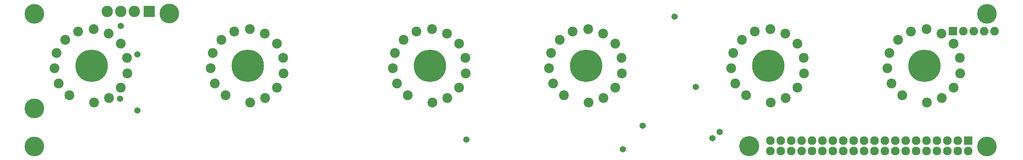
<source format=gbs>
G04 #@! TF.FileFunction,Soldermask,Bot*
%FSLAX46Y46*%
G04 Gerber Fmt 4.6, Leading zero omitted, Abs format (unit mm)*
G04 Created by KiCad (PCBNEW 4.0.6+dfsg1-1) date Sun Apr  1 15:15:07 2018*
%MOMM*%
%LPD*%
G01*
G04 APERTURE LIST*
%ADD10C,0.100000*%
%ADD11C,4.800000*%
%ADD12C,1.543000*%
%ADD13R,2.100000X2.100000*%
%ADD14O,2.100000X2.100000*%
%ADD15C,2.400000*%
%ADD16C,7.900000*%
%ADD17C,4.900000*%
%ADD18R,2.127200X2.127200*%
%ADD19O,2.127200X2.127200*%
%ADD20C,2.800000*%
%ADD21R,2.800000X2.800000*%
G04 APERTURE END LIST*
D10*
D11*
X30480000Y-88265000D03*
X262890000Y-55880000D03*
X262890000Y-88265000D03*
X30480000Y-55880000D03*
D12*
X51562000Y-58801000D03*
X55626000Y-79502000D03*
X55626000Y-65786000D03*
X197739000Y-84772500D03*
X195961000Y-86296500D03*
X178943000Y-83248500D03*
X51460400Y-76606400D03*
X135890000Y-86614000D03*
X186753500Y-56515000D03*
X174117000Y-88963500D03*
X191897000Y-73723500D03*
D13*
X254635000Y-60071000D03*
D14*
X257175000Y-60071000D03*
X259715000Y-60071000D03*
X262255000Y-60071000D03*
X264795000Y-60071000D03*
D15*
X41197092Y-60168592D03*
X39033665Y-75767720D03*
X36439216Y-72879821D03*
X35457154Y-69118381D03*
X35937038Y-65470661D03*
X38016404Y-62229375D03*
X45010367Y-59611249D03*
X48649987Y-60663517D03*
X51566293Y-63174145D03*
X53156487Y-66613765D03*
X53183740Y-70465837D03*
X51633897Y-73918326D03*
X48742118Y-76459766D03*
X45119607Y-77561544D03*
D16*
X44450000Y-68580000D03*
D15*
X79297092Y-60168592D03*
X77133665Y-75767720D03*
X74539216Y-72879821D03*
X73557154Y-69118381D03*
X74037038Y-65470661D03*
X76116404Y-62229375D03*
X83110367Y-59611249D03*
X86749987Y-60663517D03*
X89666293Y-63174145D03*
X91256487Y-66613765D03*
X91283740Y-70465837D03*
X89733897Y-73918326D03*
X86842118Y-76459766D03*
X83219607Y-77561544D03*
D16*
X82550000Y-68580000D03*
D15*
X123747092Y-60168592D03*
X121583665Y-75767720D03*
X118989216Y-72879821D03*
X118007154Y-69118381D03*
X118487038Y-65470661D03*
X120566404Y-62229375D03*
X127560367Y-59611249D03*
X131199987Y-60663517D03*
X134116293Y-63174145D03*
X135706487Y-66613765D03*
X135733740Y-70465837D03*
X134183897Y-73918326D03*
X131292118Y-76459766D03*
X127669607Y-77561544D03*
D16*
X127000000Y-68580000D03*
D15*
X161847092Y-60168592D03*
X159683665Y-75767720D03*
X157089216Y-72879821D03*
X156107154Y-69118381D03*
X156587038Y-65470661D03*
X158666404Y-62229375D03*
X165660367Y-59611249D03*
X169299987Y-60663517D03*
X172216293Y-63174145D03*
X173806487Y-66613765D03*
X173833740Y-70465837D03*
X172283897Y-73918326D03*
X169392118Y-76459766D03*
X165769607Y-77561544D03*
D16*
X165100000Y-68580000D03*
D15*
X206297092Y-60168592D03*
X204133665Y-75767720D03*
X201539216Y-72879821D03*
X200557154Y-69118381D03*
X201037038Y-65470661D03*
X203116404Y-62229375D03*
X210110367Y-59611249D03*
X213749987Y-60663517D03*
X216666293Y-63174145D03*
X218256487Y-66613765D03*
X218283740Y-70465837D03*
X216733897Y-73918326D03*
X213842118Y-76459766D03*
X210219607Y-77561544D03*
D16*
X209550000Y-68580000D03*
D15*
X244397092Y-60168592D03*
X242233665Y-75767720D03*
X239639216Y-72879821D03*
X238657154Y-69118381D03*
X239137038Y-65470661D03*
X241216404Y-62229375D03*
X248210367Y-59611249D03*
X251849987Y-60663517D03*
X254766293Y-63174145D03*
X256356487Y-66613765D03*
X256383740Y-70465837D03*
X254833897Y-73918326D03*
X251942118Y-76459766D03*
X248319607Y-77561544D03*
D16*
X247650000Y-68580000D03*
D17*
X204946000Y-88194000D03*
D18*
X258346000Y-86894000D03*
D19*
X258346000Y-89434000D03*
X255806000Y-86894000D03*
X255806000Y-89434000D03*
X253266000Y-86894000D03*
X253266000Y-89434000D03*
X250726000Y-86894000D03*
X250726000Y-89434000D03*
X248186000Y-86894000D03*
X248186000Y-89434000D03*
X245646000Y-86894000D03*
X245646000Y-89434000D03*
X243106000Y-86894000D03*
X243106000Y-89434000D03*
X240566000Y-86894000D03*
X240566000Y-89434000D03*
X238026000Y-86894000D03*
X238026000Y-89434000D03*
X235486000Y-86894000D03*
X235486000Y-89434000D03*
X232946000Y-86894000D03*
X232946000Y-89434000D03*
X230406000Y-86894000D03*
X230406000Y-89434000D03*
X227866000Y-86894000D03*
X227866000Y-89434000D03*
X225326000Y-86894000D03*
X225326000Y-89434000D03*
X222786000Y-86894000D03*
X222786000Y-89434000D03*
X220246000Y-86894000D03*
X220246000Y-89434000D03*
X217706000Y-86894000D03*
X217706000Y-89434000D03*
X215166000Y-86894000D03*
X215166000Y-89434000D03*
X212626000Y-86894000D03*
X212626000Y-89434000D03*
X210086000Y-86894000D03*
X210086000Y-89434000D03*
D11*
X30480000Y-79019000D03*
D20*
X54889400Y-55295800D03*
X48280000Y-55280000D03*
X51580000Y-55280000D03*
D11*
X63480000Y-55805000D03*
D21*
X58580000Y-55280000D03*
M02*

</source>
